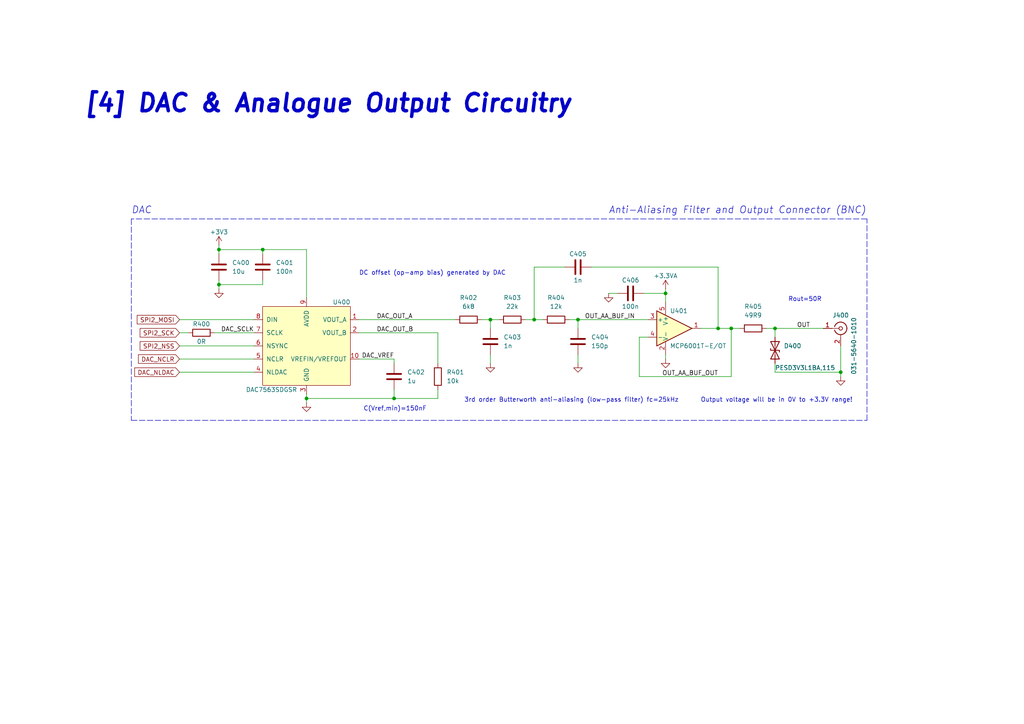
<source format=kicad_sch>
(kicad_sch (version 20231120) (generator "eeschema") (generator_version "8.0")
  (paper "A4")
  (title_block (title "Mixed-Signal Demo PCB") (rev "0.1") (company "Phil's Lab"))
  (lib_symbols
    (symbol "Amplifier_Operational:MCP6001-OT" (pin_names (offset 0.127))
      (property "Reference" "U" (at -1.27 6.35 0))
      (property "Value" "MCP6001-OT" (at -1.27 3.81 0))
      (symbol "MCP6001-OT_0_1"
        (polyline (pts (xy -5.08 5.08) (xy 5.08 0) (xy -5.08 -5.08) (xy -5.08 5.08)) (stroke (width 0.254)) (fill (type background)))
        (pin power_in line (at -2.54 -7.62 90) (length 3.81) (name "V-") (number "2"))
        (pin power_in line (at -2.54 7.62 270) (length 3.81) (name "V+") (number "5"))
      )
      (symbol "MCP6001-OT_1_1"
        (pin output line (at 7.62 0 180) (length 2.54) (name "~") (number "1"))
        (pin input line (at -7.62 2.54 0) (length 2.54) (name "+") (number "3"))
        (pin input line (at -7.62 -2.54 0) (length 2.54) (name "-") (number "4"))
      )
    )
    (symbol "Connector:Conn_Coaxial" (pin_names (offset 1.016) hide)
      (property "Reference" "J" (at 0.254 3.048 0))
      (property "Value" "Conn_Coaxial" (at 2.921 0 90))
      (symbol "Conn_Coaxial_0_1"
        (arc (start -1.778 -0.508) (mid 0.222 -1.808) (end 1.778 0) (stroke (width 0.254)))
        (polyline (pts (xy -2.54 0) (xy -0.508 0)))
        (polyline (pts (xy 0 -2.54) (xy 0 -1.778)))
        (circle (center 0 0) (radius 0.508) (stroke (width 0.2032)))
        (arc (start 1.778 0) (mid 0.222 1.8083) (end -1.778 0.508) (stroke (width 0.254)))
      )
      (symbol "Conn_Coaxial_1_1"
        (pin passive line (at -5.08 0 0) (length 2.54) (name "In") (number "1"))
        (pin passive line (at 0 -5.08 90) (length 2.54) (name "Ext") (number "2"))
      )
    )
    (symbol "Device:C" (pin_numbers hide) (pin_names (offset 0.254))
      (property "Reference" "C" (at 0.635 2.54 0))
      (property "Value" "C" (at 0.635 -2.54 0))
      (symbol "C_0_1"
        (polyline (pts (xy -2.032 -0.762) (xy 2.032 -0.762)) (stroke (width 0.508)))
        (polyline (pts (xy -2.032 0.762) (xy 2.032 0.762)) (stroke (width 0.508)))
      )
      (symbol "C_1_1"
        (pin passive line (at 0 3.81 270) (length 2.794) (name "~") (number "1"))
        (pin passive line (at 0 -3.81 90) (length 2.794) (name "~") (number "2"))
      )
    )
    (symbol "Device:D_TVS" (pin_numbers hide) (pin_names (offset 1.016) hide)
      (property "Reference" "D" (at 0 2.54 0))
      (property "Value" "D_TVS" (at 0 -2.54 0))
      (symbol "D_TVS_0_1"
        (polyline (pts (xy 1.27 0) (xy -1.27 0)))
        (polyline (pts (xy 0.508 1.27) (xy 0 1.27) (xy 0 -1.27) (xy -0.508 -1.27)) (stroke (width 0.254)))
        (polyline (pts (xy -2.54 1.27) (xy -2.54 -1.27) (xy 2.54 1.27) (xy 2.54 -1.27) (xy -2.54 1.27)) (stroke (width 0.254)))
      )
      (symbol "D_TVS_1_1"
        (pin passive line (at -3.81 0 0) (length 2.54) (name "A1") (number "1"))
        (pin passive line (at 3.81 0 180) (length 2.54) (name "A2") (number "2"))
      )
    )
    (symbol "Device:R" (pin_numbers hide) (pin_names (offset 0))
      (property "Reference" "R" (at 2.032 0 90))
      (property "Value" "R" (at 0 0 90))
      (symbol "R_0_1"
        (rectangle (start -1.016 -2.54) (end 1.016 2.54) (stroke (width 0.254)))
      )
      (symbol "R_1_1"
        (pin passive line (at 0 3.81 270) (length 1.27) (name "~") (number "1"))
        (pin passive line (at 0 -3.81 90) (length 1.27) (name "~") (number "2"))
      )
    )
    (symbol "PhilsLab-KiCad-Symbols:DAC7563SDGSR" (pin_names (offset 1.016))
      (property "Reference" "U" (at 11.43 12.7 0))
      (property "Value" "PhilsLab-KiCad-Symbols_DAC7563SDGSR" (at 8.89 -12.7 0))
      (symbol "DAC7563SDGSR_0_0"
        (pin output line (at -15.24 7.62 0) (length 2.54) (name "VOUT_A") (number "1"))
        (pin bidirectional line (at -15.24 -3.81 0) (length 2.54) (name "VREFIN/VREFOUT") (number "10"))
        (pin output line (at -15.24 3.81 0) (length 2.54) (name "VOUT_B") (number "2"))
        (pin power_in line (at 0 -13.97 90) (length 2.54) (name "GND") (number "3"))
        (pin input line (at 15.24 -7.62 180) (length 2.54) (name "NLDAC") (number "4"))
        (pin input line (at 15.24 -3.81 180) (length 2.54) (name "NCLR") (number "5"))
        (pin input line (at 15.24 0 180) (length 2.54) (name "NSYNC") (number "6"))
        (pin input line (at 15.24 3.81 180) (length 2.54) (name "SCLK") (number "7"))
        (pin input line (at 15.24 7.62 180) (length 2.54) (name "DIN") (number "8"))
        (pin power_in line (at 0 13.97 270) (length 2.54) (name "AVDD") (number "9"))
      )
      (symbol "DAC7563SDGSR_0_1"
        (rectangle (start -12.7 11.43) (end 12.7 -11.43) (fill (type background)))
      )
    )
    (symbol "power:+3.3VA" (power) (pin_names (offset 0))
      (property "Value" "+3.3VA" (at 0 3.556 0))
      (symbol "+3.3VA_0_1"
        (polyline (pts (xy -0.762 1.27) (xy 0 2.54)))
        (polyline (pts (xy 0 0) (xy 0 2.54)))
        (polyline (pts (xy 0 2.54) (xy 0.762 1.27)))
      )
      (symbol "+3.3VA_1_1"
        (pin power_in line (at 0 0 90) (length 0) hide (name "+3.3VA") (number "1"))
      )
    )
    (symbol "power:+3V3" (power) (pin_names (offset 0))
      (property "Value" "+3V3" (at 0 3.556 0))
      (symbol "+3V3_0_1"
        (polyline (pts (xy -0.762 1.27) (xy 0 2.54)))
        (polyline (pts (xy 0 0) (xy 0 2.54)))
        (polyline (pts (xy 0 2.54) (xy 0.762 1.27)))
      )
      (symbol "+3V3_1_1"
        (pin power_in line (at 0 0 90) (length 0) hide (name "+3V3") (number "1"))
      )
    )
    (symbol "power:GND" (power) (pin_names (offset 0))
      (property "Value" "GND" (at 0 -3.81 0))
      (symbol "GND_0_1"
        (polyline (pts (xy 0 0) (xy 0 -1.27) (xy 1.27 -1.27) (xy 0 -2.54) (xy -1.27 -1.27) (xy 0 -1.27)))
      )
      (symbol "GND_1_1"
        (pin power_in line (at 0 0 270) (length 0) hide (name "GND") (number "1"))
      )
    )
  )
  (junction (at 193.04 85.09))
  (junction (at 88.9 115.57))
  (junction (at 63.5 82.55))
  (junction (at 224.79 95.25))
  (junction (at 208.28 95.25))
  (junction (at 167.64 92.71))
  (junction (at 212.09 95.25))
  (junction (at 63.5 72.39))
  (junction (at 76.2 72.39))
  (junction (at 154.94 92.71))
  (junction (at 114.3 115.57))
  (junction (at 142.24 92.71))
  (junction (at 243.84 107.95))
  (wire (pts (xy 144.78 92.71) (xy 142.24 92.71)))
  (wire (pts (xy 187.96 97.79) (xy 185.42 97.79)))
  (wire (pts (xy 88.9 72.39) (xy 88.9 86.36)))
  (wire (pts (xy 142.24 95.25) (xy 142.24 92.71)))
  (wire (pts (xy 88.9 116.84) (xy 88.9 115.57)))
  (wire (pts (xy 114.3 115.57) (xy 114.3 113.03)))
  (wire (pts (xy 176.53 85.09) (xy 179.07 85.09)))
  (wire (pts (xy 185.42 97.79) (xy 185.42 109.22)))
  (wire (pts (xy 167.64 95.25) (xy 167.64 92.71)))
  (polyline (pts (xy 38.1 63.5) (xy 38.1 121.92)) (stroke (width 0) (type dash)))
  (wire (pts (xy 185.42 109.22) (xy 212.09 109.22)))
  (wire (pts (xy 187.96 92.71) (xy 167.64 92.71)))
  (wire (pts (xy 76.2 72.39) (xy 88.9 72.39)))
  (wire (pts (xy 88.9 115.57) (xy 88.9 114.3)))
  (wire (pts (xy 222.25 95.25) (xy 224.79 95.25)))
  (wire (pts (xy 167.64 102.87) (xy 167.64 105.41)))
  (wire (pts (xy 52.07 92.71) (xy 73.66 92.71)))
  (wire (pts (xy 193.04 85.09) (xy 193.04 83.82)))
  (wire (pts (xy 224.79 107.95) (xy 224.79 105.41)))
  (wire (pts (xy 63.5 82.55) (xy 63.5 81.28)))
  (wire (pts (xy 186.69 85.09) (xy 193.04 85.09)))
  (wire (pts (xy 142.24 102.87) (xy 142.24 105.41)))
  (wire (pts (xy 63.5 83.82) (xy 63.5 82.55)))
  (wire (pts (xy 132.08 92.71) (xy 104.14 92.71)))
  (wire (pts (xy 52.07 104.14) (xy 73.66 104.14)))
  (wire (pts (xy 73.66 96.52) (xy 62.23 96.52)))
  (wire (pts (xy 114.3 115.57) (xy 127 115.57)))
  (wire (pts (xy 63.5 72.39) (xy 63.5 73.66)))
  (wire (pts (xy 88.9 115.57) (xy 114.3 115.57)))
  (wire (pts (xy 52.07 100.33) (xy 73.66 100.33)))
  (wire (pts (xy 52.07 107.95) (xy 73.66 107.95)))
  (wire (pts (xy 167.64 92.71) (xy 165.1 92.71)))
  (wire (pts (xy 208.28 95.25) (xy 203.2 95.25)))
  (wire (pts (xy 224.79 107.95) (xy 243.84 107.95)))
  (polyline (pts (xy 38.1 121.92) (xy 251.46 121.92)) (stroke (width 0) (type dash)))
  (wire (pts (xy 212.09 95.25) (xy 208.28 95.25)))
  (wire (pts (xy 54.61 96.52) (xy 52.07 96.52)))
  (wire (pts (xy 154.94 77.47) (xy 163.83 77.47)))
  (wire (pts (xy 114.3 104.14) (xy 104.14 104.14)))
  (wire (pts (xy 154.94 92.71) (xy 154.94 77.47)))
  (wire (pts (xy 127 105.41) (xy 127 96.52)))
  (wire (pts (xy 214.63 95.25) (xy 212.09 95.25)))
  (wire (pts (xy 208.28 77.47) (xy 208.28 95.25)))
  (wire (pts (xy 127 96.52) (xy 104.14 96.52)))
  (wire (pts (xy 212.09 109.22) (xy 212.09 95.25)))
  (wire (pts (xy 171.45 77.47) (xy 208.28 77.47)))
  (polyline (pts (xy 251.46 121.92) (xy 251.46 63.5)) (stroke (width 0) (type dash)))
  (wire (pts (xy 114.3 105.41) (xy 114.3 104.14)))
  (wire (pts (xy 127 115.57) (xy 127 113.03)))
  (wire (pts (xy 63.5 82.55) (xy 76.2 82.55)))
  (wire (pts (xy 157.48 92.71) (xy 154.94 92.71)))
  (wire (pts (xy 193.04 85.09) (xy 193.04 87.63)))
  (polyline (pts (xy 251.46 63.5) (xy 38.1 63.5)) (stroke (width 0) (type dash)))
  (wire (pts (xy 193.04 104.14) (xy 193.04 102.87)))
  (wire (pts (xy 63.5 71.12) (xy 63.5 72.39)))
  (wire (pts (xy 63.5 72.39) (xy 76.2 72.39)))
  (wire (pts (xy 243.84 107.95) (xy 243.84 109.22)))
  (wire (pts (xy 224.79 95.25) (xy 238.76 95.25)))
  (wire (pts (xy 142.24 92.71) (xy 139.7 92.71)))
  (wire (pts (xy 224.79 97.79) (xy 224.79 95.25)))
  (wire (pts (xy 243.84 100.33) (xy 243.84 107.95)))
  (wire (pts (xy 154.94 92.71) (xy 152.4 92.71)))
  (wire (pts (xy 76.2 72.39) (xy 76.2 73.66)))
  (wire (pts (xy 76.2 82.55) (xy 76.2 81.28)))
  (text "[4] DAC & Analogue Output Circuitry" (at 24.13 33.02 0) (effects (font (size 5.0038 5.0038) (thickness 1.0008) (bold yes) (italic yes)) (justify left bottom)))
  (text "Anti-Aliasing Filter and Output Connector (BNC)" (at 176.53 62.23 0) (effects (font (size 2.0066 2.0066) (italic yes)) (justify left bottom)))
  (text "Rout=50R" (at 228.6 87.63 0) (effects (font (size 1.27 1.27)) (justify left bottom)))
  (text "Output voltage will be in 0V to +3.3V range!" (at 203.2 116.84 0) (effects (font (size 1.27 1.27)) (justify left bottom)))
  (text "DAC" (at 38.1 62.23 0) (effects (font (size 2.0066 2.0066) (italic yes)) (justify left bottom)))
  (text "C(Vref,min)=150nF" (at 105.41 119.38 0) (effects (font (size 1.27 1.27)) (justify left bottom)))
  (text "3rd order Butterworth anti-aliasing (low-pass filter) fc=25kHz" (at 134.62 116.84 0) (effects (font (size 1.27 1.27)) (justify left bottom)))
  (text "DC offset (op-amp bias) generated by DAC" (at 104.14 80.01 0) (effects (font (size 1.27 1.27)) (justify left bottom)))
  (label "DAC_OUT_A" (at 109.22 92.71 0))
  (label "DAC_OUT_B" (at 109.22 96.52 0))
  (label "OUT" (at 231.14 95.25 0))
  (label "DAC_VREF" (at 114.3 104.14 180))
  (label "OUT_AA_BUF_OUT" (at 208.28 109.22 180))
  (label "DAC_SCLK" (at 73.66 96.52 180))
  (label "OUT_AA_BUF_IN" (at 184.15 92.71 180))
  (global_label "DAC_NLDAC" (shape input) (at 52.07 107.95 180) (property "Intersheetrefs" "${INTERSHEET_REFS}" (effects (hide yes))))
  (global_label "SPI2_SCK" (shape input) (at 52.07 96.52 180) (property "Intersheetrefs" "${INTERSHEET_REFS}" (effects (hide yes))))
  (global_label "SPI2_MOSI" (shape input) (at 52.07 92.71 180) (property "Intersheetrefs" "${INTERSHEET_REFS}" (effects (hide yes))))
  (global_label "DAC_NCLR" (shape input) (at 52.07 104.14 180) (property "Intersheetrefs" "${INTERSHEET_REFS}" (effects (hide yes))))
  (global_label "SPI2_NSS" (shape input) (at 52.07 100.33 180) (property "Intersheetrefs" "${INTERSHEET_REFS}" (effects (hide yes))))
  (symbol (lib_id "Device:R") (at 58.42 96.52 90) (mirror x) (unit 1)
    (property "Reference" "R400" (at 58.42 93.98 90))
    (property "Value" "0R" (at 58.42 99.06 90))
    (property "Footprint" "Resistor_SMD:R_0402_1005Metric" (effects (hide yes)))
  )
  (symbol (lib_id "power:+3V3") (at 63.5 71.12 0) (mirror y) (unit 1)
    (property "Reference" "#PWR060" (effects (hide yes)))
    (property "Value" "+3V3" (at 63.5 67.31 0))
  )
  (symbol (lib_id "power:GND") (at 88.9 116.84 0) (mirror y) (unit 1)
    (property "Reference" "#PWR068" (effects (hide yes)))
    (property "Value" "GND" (effects (hide yes)))
  )
  (symbol (lib_id "Device:C") (at 114.3 109.22 0) (unit 1)
    (property "Reference" "C402" (at 118.11 107.95 0) (effects (justify left)))
    (property "Value" "1u" (at 118.11 110.49 0) (effects (justify left)))
    (property "Footprint" "Capacitor_SMD:C_0603_1608Metric" (effects (hide yes)))
  )
  (symbol (lib_id "Device:C") (at 63.5 77.47 0) (unit 1)
    (property "Reference" "C400" (at 67.31 76.2 0) (effects (justify left)))
    (property "Value" "10u" (at 67.31 78.74 0) (effects (justify left)))
    (property "Footprint" "Capacitor_SMD:C_0603_1608Metric" (effects (hide yes)))
  )
  (symbol (lib_id "PhilsLab-KiCad-Symbols:DAC7563SDGSR") (at 88.9 100.33 0) (mirror y) (unit 1)
    (property "Reference" "U400" (at 99.06 87.63 0))
    (property "Value" "DAC7563SDGSR" (at 78.74 113.03 0))
    (property "Footprint" "PhilsLab_Footprints_KiCad6:VSSOP-10" (effects (hide yes)))
  )
  (symbol (lib_id "Device:C") (at 76.2 77.47 0) (unit 1)
    (property "Reference" "C401" (at 80.01 76.2 0) (effects (justify left)))
    (property "Value" "100n" (at 80.01 78.74 0) (effects (justify left)))
    (property "Footprint" "Capacitor_SMD:C_0402_1005Metric" (effects (hide yes)))
  )
  (symbol (lib_id "power:GND") (at 63.5 83.82 0) (mirror y) (unit 1)
    (property "Reference" "#PWR061" (effects (hide yes)))
    (property "Value" "GND" (effects (hide yes)))
  )
  (symbol (lib_id "Device:R") (at 127 109.22 0) (unit 1)
    (property "Reference" "R401" (at 129.54 107.95 0) (effects (justify left)))
    (property "Value" "10k" (at 129.54 110.49 0) (effects (justify left)))
    (property "Footprint" "Resistor_SMD:R_0402_1005Metric" (effects (hide yes)))
  )
  (symbol (lib_id "Amplifier_Operational:MCP6001-OT") (at 195.58 95.25 0) (unit 1)
    (property "Reference" "U401" (at 194.31 90.17 0) (effects (justify left)))
    (property "Value" "MCP6001T-E/OT" (at 194.31 100.33 0) (effects (justify left)))
    (property "Footprint" "Package_TO_SOT_SMD:SOT-23-5" (effects (hide yes)))
    (property "Datasheet" "http://ww1.microchip.com/downloads/en/DeviceDoc/21733j.pdf" (effects (hide yes)))
  )
  (symbol (lib_id "Device:C") (at 182.88 85.09 270) (unit 1)
    (property "Reference" "C406" (at 180.34 81.28 90) (effects (justify left)))
    (property "Value" "100n" (at 180.34 88.9 90) (effects (justify left)))
    (property "Footprint" "Capacitor_SMD:C_0402_1005Metric" (effects (hide yes)))
  )
  (symbol (lib_id "power:GND") (at 193.04 104.14 0) (unit 1)
    (property "Reference" "#PWR064" (effects (hide yes)))
    (property "Value" "GND" (effects (hide yes)))
  )
  (symbol (lib_id "power:GND") (at 176.53 85.09 0) (unit 1)
    (property "Reference" "#PWR063" (effects (hide yes)))
    (property "Value" "GND" (effects (hide yes)))
  )
  (symbol (lib_id "Device:R") (at 135.89 92.71 270) (unit 1)
    (property "Reference" "R402" (at 135.89 86.36 90))
    (property "Value" "6k8" (at 135.89 88.9 90))
    (property "Footprint" "Resistor_SMD:R_0402_1005Metric" (effects (hide yes)))
  )
  (symbol (lib_id "Device:C") (at 142.24 99.06 0) (unit 1)
    (property "Reference" "C403" (at 146.05 97.79 0) (effects (justify left)))
    (property "Value" "1n" (at 146.05 100.33 0) (effects (justify left)))
    (property "Footprint" "Capacitor_SMD:C_0402_1005Metric" (effects (hide yes)))
  )
  (symbol (lib_id "Device:R") (at 148.59 92.71 270) (unit 1)
    (property "Reference" "R403" (at 148.59 86.36 90))
    (property "Value" "22k" (at 148.59 88.9 90))
    (property "Footprint" "Resistor_SMD:R_0402_1005Metric" (effects (hide yes)))
  )
  (symbol (lib_id "power:GND") (at 142.24 105.41 0) (unit 1)
    (property "Reference" "#PWR065" (effects (hide yes)))
    (property "Value" "GND" (effects (hide yes)))
  )
  (symbol (lib_id "Device:R") (at 161.29 92.71 270) (unit 1)
    (property "Reference" "R404" (at 161.29 86.36 90))
    (property "Value" "12k" (at 161.29 88.9 90))
    (property "Footprint" "Resistor_SMD:R_0402_1005Metric" (effects (hide yes)))
  )
  (symbol (lib_id "Device:C") (at 167.64 99.06 0) (unit 1)
    (property "Reference" "C404" (at 171.45 97.79 0) (effects (justify left)))
    (property "Value" "150p" (at 171.45 100.33 0) (effects (justify left)))
    (property "Footprint" "Capacitor_SMD:C_0402_1005Metric" (effects (hide yes)))
  )
  (symbol (lib_id "Device:R") (at 218.44 95.25 270) (unit 1)
    (property "Reference" "R405" (at 218.44 88.9 90))
    (property "Value" "49R9" (at 218.44 91.44 90))
    (property "Footprint" "Resistor_SMD:R_0402_1005Metric" (effects (hide yes)))
  )
  (symbol (lib_id "power:GND") (at 167.64 105.41 0) (unit 1)
    (property "Reference" "#PWR066" (effects (hide yes)))
    (property "Value" "GND" (effects (hide yes)))
  )
  (symbol (lib_id "power:+3.3VA") (at 193.04 83.82 0) (unit 1)
    (property "Reference" "#PWR062" (effects (hide yes)))
    (property "Value" "+3.3VA" (at 193.04 80.01 0))
  )
  (symbol (lib_id "Device:D_TVS") (at 224.79 101.6 270) (unit 1)
    (property "Reference" "D400" (at 227.33 100.33 90) (effects (justify left)))
    (property "Value" "PESD3V3L1BA,115" (at 224.79 106.68 90) (effects (justify left)))
    (property "Footprint" "Diode_SMD:D_SOD-323" (effects (hide yes)))
  )
  (symbol (lib_id "Connector:Conn_Coaxial") (at 243.84 95.25 0) (unit 1)
    (property "Reference" "J400" (at 243.84 91.44 0))
    (property "Value" "031-5640-1010" (at 247.65 100.33 90))
    (property "Footprint" "PhilsLab_Footprints_KiCad6:AMPHENOL-BNC-031-5640-1010" (effects (hide yes)))
    (property "Datasheet" " ~" (effects (hide yes)))
  )
  (symbol (lib_id "power:GND") (at 243.84 109.22 0) (unit 1)
    (property "Reference" "#PWR067" (effects (hide yes)))
    (property "Value" "GND" (effects (hide yes)))
  )
  (symbol (lib_id "Device:C") (at 167.64 77.47 90) (unit 1)
    (property "Reference" "C405" (at 170.18 73.66 90) (effects (justify left)))
    (property "Value" "1n" (at 168.91 81.28 90) (effects (justify left)))
    (property "Footprint" "Capacitor_SMD:C_0402_1005Metric" (effects (hide yes)))
  )
)
</source>
